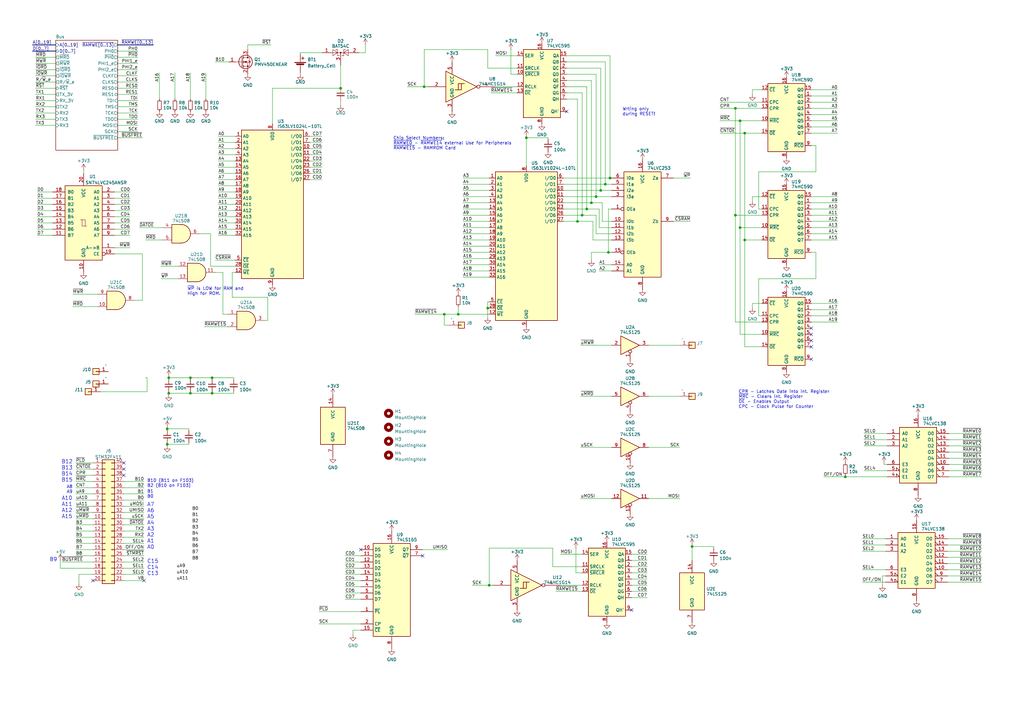
<source format=kicad_sch>
(kicad_sch (version 20230121) (generator eeschema)
  (paper "A3")
  (title_block (title "Unicomp v2 - RAMROM Board") (date "2023-07-06") (rev "v1") (company "100% Offner") (comment 1 "v1: Initial"))
  (junction (at 78.105 154.94))
  (junction (at 303.53 49.53))
  (junction (at 250.19 73.025))
  (junction (at 301.625 44.45))
  (junction (at 86.995 161.29))
  (junction (at 215.9 56.515))
  (junction (at 283.845 224.155))
  (junction (at 301.625 88.265))
  (junction (at 303.53 93.345))
  (junction (at 248.285 75.565))
  (junction (at 249.555 103.505))
  (junction (at 305.435 54.61))
  (junction (at 246.38 78.105))
  (junction (at 69.215 161.29))
  (junction (at 182.245 128.905))
  (junction (at 240.665 85.725))
  (junction (at 238.76 88.265))
  (junction (at 68.58 175.895))
  (junction (at 242.57 83.185))
  (junction (at 86.995 154.94))
  (junction (at 200.025 126.365))
  (junction (at 139.7 36.195))
  (junction (at 78.105 161.29))
  (junction (at 236.855 90.805))
  (junction (at 305.435 98.425))
  (junction (at 244.475 80.645))
  (junction (at 346.71 195.58))
  (junction (at 68.58 182.245))
  (junction (at 69.215 154.94))
  (junction (at 200.66 240.03))
  (junction (at 173.99 35.56))
  (junction (at 187.96 128.905))
  (no_connect (at 50.8 192.405))
  (no_connect (at 50.8 194.945))
  (no_connect (at 332.74 147.32))
  (no_connect (at 332.74 134.62))
  (no_connect (at 147.955 225.425))
  (no_connect (at 332.74 137.16))
  (no_connect (at 173.355 227.965))
  (no_connect (at 332.74 142.24))
  (no_connect (at 332.74 139.7))
  (no_connect (at 259.08 250.19))
  (no_connect (at 50.8 189.865))
  (no_connect (at 38.1 238.125))
  (no_connect (at 232.41 45.72))
  (no_connect (at 59.055 238.125))
  (wire (pts (xy 209.55 20.32) (xy 209.55 30.48)))
  (wire (pts (xy 231.14 73.025) (xy 250.19 73.025)))
  (wire (pts (xy 149.86 18.415) (xy 149.86 21.59)))
  (wire (pts (xy 95.885 154.94) (xy 95.885 155.575)))
  (wire (pts (xy 15.24 83.82) (xy 21.59 83.82)))
  (wire (pts (xy 89.535 78.74) (xy 96.52 78.74)))
  (wire (pts (xy 147.955 245.745) (xy 141.605 245.745)))
  (wire (pts (xy 77.47 175.895) (xy 77.47 176.53)))
  (wire (pts (xy 14.605 31.115) (xy 22.86 31.115)))
  (wire (pts (xy 147.955 233.045) (xy 141.605 233.045)))
  (wire (pts (xy 362.585 189.865) (xy 362.585 190.5)))
  (wire (pts (xy 389.255 185.42) (xy 402.59 185.42)))
  (wire (pts (xy 48.26 43.815) (xy 56.515 43.815)))
  (wire (pts (xy 58.42 104.14) (xy 58.42 123.19)))
  (bus (pts (xy 48.26 18.415) (xy 62.865 18.415)))
  (wire (pts (xy 144.78 258.445) (xy 144.78 260.35)))
  (wire (pts (xy 311.15 70.485) (xy 311.15 85.725)))
  (wire (pts (xy 389.255 195.58) (xy 402.59 195.58)))
  (wire (pts (xy 31.115 225.425) (xy 38.1 225.425)))
  (wire (pts (xy 189.865 78.105) (xy 200.66 78.105)))
  (wire (pts (xy 215.9 56.515) (xy 215.9 67.945)))
  (wire (pts (xy 231.14 83.185) (xy 242.57 83.185)))
  (wire (pts (xy 15.24 88.9) (xy 21.59 88.9)))
  (wire (pts (xy 69.215 161.29) (xy 69.215 160.655)))
  (wire (pts (xy 182.245 128.905) (xy 187.96 128.905)))
  (wire (pts (xy 250.825 93.345) (xy 245.745 93.345)))
  (wire (pts (xy 127 73.66) (xy 132.08 73.66)))
  (wire (pts (xy 88.265 106.68) (xy 96.52 106.68)))
  (wire (pts (xy 353.695 238.76) (xy 363.22 238.76)))
  (wire (pts (xy 276.225 90.805) (xy 283.21 90.805)))
  (wire (pts (xy 244.475 88.265) (xy 244.475 95.885)))
  (wire (pts (xy 31.115 227.965) (xy 38.1 227.965)))
  (wire (pts (xy 139.7 41.275) (xy 139.7 43.18)))
  (wire (pts (xy 250.825 90.805) (xy 247.015 90.805)))
  (wire (pts (xy 334.645 59.69) (xy 334.645 70.485)))
  (wire (pts (xy 332.74 46.99) (xy 343.535 46.99)))
  (wire (pts (xy 189.865 73.025) (xy 200.66 73.025)))
  (wire (pts (xy 127 60.96) (xy 132.08 60.96)))
  (wire (pts (xy 303.53 93.345) (xy 312.42 93.345)))
  (wire (pts (xy 250.825 85.725) (xy 249.555 85.725)))
  (wire (pts (xy 71.755 29.845) (xy 71.755 40.64)))
  (wire (pts (xy 46.99 86.36) (xy 53.34 86.36)))
  (wire (pts (xy 308.61 124.46) (xy 312.42 124.46)))
  (wire (pts (xy 250.19 22.86) (xy 250.19 73.025)))
  (wire (pts (xy 95.25 111.76) (xy 95.25 121.92)))
  (wire (pts (xy 229.87 227.33) (xy 238.76 227.33)))
  (wire (pts (xy 295.275 54.61) (xy 305.435 54.61)))
  (wire (pts (xy 46.99 104.14) (xy 58.42 104.14)))
  (wire (pts (xy 50.8 230.505) (xy 59.055 230.505)))
  (wire (pts (xy 389.255 187.96) (xy 402.59 187.96)))
  (wire (pts (xy 48.26 36.195) (xy 56.515 36.195)))
  (wire (pts (xy 68.58 182.88) (xy 68.58 182.245)))
  (wire (pts (xy 388.62 231.14) (xy 402.59 231.14)))
  (wire (pts (xy 201.93 240.03) (xy 200.66 240.03)))
  (wire (pts (xy 111.76 50.8) (xy 111.76 36.195)))
  (wire (pts (xy 68.58 182.245) (xy 77.47 182.245)))
  (wire (pts (xy 32.385 235.585) (xy 32.385 239.395)))
  (wire (pts (xy 246.38 78.105) (xy 250.825 78.105)))
  (wire (pts (xy 147.955 235.585) (xy 141.605 235.585)))
  (wire (pts (xy 232.41 35.56) (xy 240.665 35.56)))
  (wire (pts (xy 55.245 123.19) (xy 58.42 123.19)))
  (wire (pts (xy 46.99 96.52) (xy 53.34 96.52)))
  (wire (pts (xy 127 66.04) (xy 132.08 66.04)))
  (wire (pts (xy 231.14 75.565) (xy 248.285 75.565)))
  (wire (pts (xy 31.115 220.345) (xy 38.1 220.345)))
  (wire (pts (xy 311.15 129.54) (xy 312.42 129.54)))
  (wire (pts (xy 69.215 154.94) (xy 78.105 154.94)))
  (wire (pts (xy 173.99 20.32) (xy 173.99 35.56)))
  (wire (pts (xy 46.99 83.82) (xy 53.34 83.82)))
  (wire (pts (xy 48.26 20.955) (xy 56.515 20.955)))
  (wire (pts (xy 73.025 114.3) (xy 66.04 114.3)))
  (wire (pts (xy 93.345 128.905) (xy 91.44 128.905)))
  (wire (pts (xy 332.74 85.725) (xy 343.535 85.725)))
  (wire (pts (xy 201.295 38.1) (xy 212.09 38.1)))
  (wire (pts (xy 250.825 98.425) (xy 243.205 98.425)))
  (wire (pts (xy 48.26 28.575) (xy 56.515 28.575)))
  (wire (pts (xy 250.19 73.025) (xy 250.825 73.025)))
  (wire (pts (xy 231.14 78.105) (xy 246.38 78.105)))
  (wire (pts (xy 238.76 88.265) (xy 244.475 88.265)))
  (wire (pts (xy 81.915 95.885) (xy 86.36 95.885)))
  (wire (pts (xy 147.955 240.665) (xy 141.605 240.665)))
  (wire (pts (xy 248.285 75.565) (xy 250.825 75.565)))
  (wire (pts (xy 127 68.58) (xy 132.08 68.58)))
  (wire (pts (xy 308.61 36.83) (xy 312.42 36.83)))
  (wire (pts (xy 301.625 44.45) (xy 312.42 44.45)))
  (wire (pts (xy 311.15 85.725) (xy 312.42 85.725)))
  (wire (pts (xy 14.605 46.355) (xy 22.86 46.355)))
  (wire (pts (xy 189.865 75.565) (xy 200.66 75.565)))
  (wire (pts (xy 69.215 161.29) (xy 78.105 161.29)))
  (wire (pts (xy 353.695 226.06) (xy 363.22 226.06)))
  (wire (pts (xy 259.08 234.95) (xy 265.43 234.95)))
  (wire (pts (xy 50.8 212.725) (xy 59.055 212.725)))
  (wire (pts (xy 200.025 20.32) (xy 173.99 20.32)))
  (wire (pts (xy 332.74 41.91) (xy 343.535 41.91)))
  (wire (pts (xy 91.44 128.905) (xy 91.44 111.76)))
  (wire (pts (xy 31.115 207.645) (xy 38.1 207.645)))
  (wire (pts (xy 388.62 220.98) (xy 402.59 220.98)))
  (wire (pts (xy 50.8 217.805) (xy 59.055 217.805)))
  (wire (pts (xy 48.26 51.435) (xy 56.515 51.435)))
  (wire (pts (xy 109.855 121.92) (xy 109.855 131.445)))
  (wire (pts (xy 308.61 80.645) (xy 312.42 80.645)))
  (wire (pts (xy 259.08 237.49) (xy 265.43 237.49)))
  (wire (pts (xy 50.8 205.105) (xy 59.055 205.105)))
  (wire (pts (xy 189.865 83.185) (xy 200.66 83.185)))
  (wire (pts (xy 31.115 200.025) (xy 38.1 200.025)))
  (wire (pts (xy 89.535 93.98) (xy 96.52 93.98)))
  (wire (pts (xy 193.675 240.03) (xy 200.66 240.03)))
  (wire (pts (xy 60.325 154.94) (xy 59.69 154.94)))
  (wire (pts (xy 295.275 41.91) (xy 312.42 41.91)))
  (wire (pts (xy 303.53 49.53) (xy 312.42 49.53)))
  (wire (pts (xy 86.995 154.94) (xy 86.995 155.575)))
  (wire (pts (xy 123.19 21.59) (xy 132.08 21.59)))
  (wire (pts (xy 231.14 88.265) (xy 238.76 88.265)))
  (wire (pts (xy 361.95 236.22) (xy 361.95 240.03)))
  (wire (pts (xy 46.99 81.28) (xy 53.34 81.28)))
  (wire (pts (xy 88.265 111.76) (xy 91.44 111.76)))
  (wire (pts (xy 332.74 129.54) (xy 343.535 129.54)))
  (wire (pts (xy 229.87 240.03) (xy 238.76 240.03)))
  (wire (pts (xy 14.605 41.275) (xy 22.86 41.275)))
  (wire (pts (xy 69.215 154.305) (xy 69.215 154.94)))
  (wire (pts (xy 295.275 49.53) (xy 303.53 49.53)))
  (wire (pts (xy 89.535 81.28) (xy 96.52 81.28)))
  (wire (pts (xy 15.24 96.52) (xy 21.59 96.52)))
  (wire (pts (xy 236.855 90.805) (xy 243.205 90.805)))
  (wire (pts (xy 66.04 109.22) (xy 73.025 109.22)))
  (wire (pts (xy 96.52 111.76) (xy 95.25 111.76)))
  (wire (pts (xy 101.6 20.32) (xy 101.6 18.415)))
  (wire (pts (xy 101.6 18.415) (xy 111.125 18.415)))
  (wire (pts (xy 303.53 93.345) (xy 303.53 137.16)))
  (wire (pts (xy 189.865 88.265) (xy 200.66 88.265)))
  (wire (pts (xy 50.8 200.025) (xy 59.055 200.025)))
  (wire (pts (xy 50.8 207.645) (xy 59.055 207.645)))
  (wire (pts (xy 189.865 100.965) (xy 200.66 100.965)))
  (wire (pts (xy 301.625 132.08) (xy 312.42 132.08)))
  (wire (pts (xy 14.605 51.435) (xy 22.86 51.435)))
  (wire (pts (xy 89.535 83.82) (xy 96.52 83.82)))
  (wire (pts (xy 388.62 228.6) (xy 402.59 228.6)))
  (wire (pts (xy 65.405 29.845) (xy 65.405 40.64)))
  (wire (pts (xy 301.625 88.265) (xy 301.625 132.08)))
  (wire (pts (xy 353.695 220.98) (xy 363.22 220.98)))
  (wire (pts (xy 189.865 95.885) (xy 200.66 95.885)))
  (wire (pts (xy 68.58 175.26) (xy 68.58 175.895)))
  (wire (pts (xy 89.535 76.2) (xy 96.52 76.2)))
  (wire (pts (xy 200.66 224.79) (xy 200.66 240.03)))
  (wire (pts (xy 353.695 223.52) (xy 363.22 223.52)))
  (wire (pts (xy 50.8 238.125) (xy 59.055 238.125)))
  (wire (pts (xy 41.275 160.655) (xy 60.325 160.655)))
  (wire (pts (xy 238.76 38.1) (xy 238.76 88.265)))
  (wire (pts (xy 86.995 160.655) (xy 86.995 161.29)))
  (wire (pts (xy 84.455 29.845) (xy 84.455 40.64)))
  (wire (pts (xy 332.74 127) (xy 343.535 127)))
  (wire (pts (xy 245.745 93.345) (xy 245.745 85.725)))
  (wire (pts (xy 215.9 55.88) (xy 215.9 56.515)))
  (wire (pts (xy 189.865 113.665) (xy 200.66 113.665)))
  (wire (pts (xy 249.555 85.725) (xy 249.555 103.505)))
  (wire (pts (xy 130.81 255.905) (xy 147.955 255.905)))
  (wire (pts (xy 332.74 93.345) (xy 343.535 93.345)))
  (wire (pts (xy 189.865 111.125) (xy 200.66 111.125)))
  (wire (pts (xy 305.435 54.61) (xy 305.435 98.425)))
  (wire (pts (xy 31.115 210.185) (xy 38.1 210.185)))
  (wire (pts (xy 127 55.88) (xy 132.08 55.88)))
  (wire (pts (xy 189.865 98.425) (xy 200.66 98.425)))
  (wire (pts (xy 14.605 33.655) (xy 22.86 33.655)))
  (wire (pts (xy 31.115 194.945) (xy 38.1 194.945)))
  (wire (pts (xy 250.825 183.515) (xy 238.125 183.515)))
  (wire (pts (xy 83.82 133.985) (xy 93.345 133.985)))
  (wire (pts (xy 48.26 26.035) (xy 56.515 26.035)))
  (wire (pts (xy 243.205 98.425) (xy 243.205 90.805)))
  (wire (pts (xy 89.535 86.36) (xy 96.52 86.36)))
  (wire (pts (xy 50.8 227.965) (xy 59.055 227.965)))
  (wire (pts (xy 78.105 160.655) (xy 78.105 161.29)))
  (wire (pts (xy 266.065 204.47) (xy 278.765 204.47)))
  (wire (pts (xy 175.26 35.56) (xy 173.99 35.56)))
  (wire (pts (xy 354.33 182.88) (xy 363.855 182.88)))
  (bus (pts (xy 22.86 18.415) (xy 13.335 18.415)))
  (wire (pts (xy 31.115 212.725) (xy 38.1 212.725)))
  (wire (pts (xy 50.8 202.565) (xy 59.055 202.565)))
  (wire (pts (xy 31.115 202.565) (xy 38.1 202.565)))
  (wire (pts (xy 200.025 126.365) (xy 200.025 130.175)))
  (wire (pts (xy 332.74 36.83) (xy 343.535 36.83)))
  (wire (pts (xy 31.115 215.265) (xy 38.1 215.265)))
  (wire (pts (xy 15.24 93.98) (xy 21.59 93.98)))
  (wire (pts (xy 248.285 25.4) (xy 248.285 75.565)))
  (wire (pts (xy 78.105 154.94) (xy 78.105 155.575)))
  (wire (pts (xy 332.74 88.265) (xy 343.535 88.265)))
  (wire (pts (xy 89.535 73.66) (xy 96.52 73.66)))
  (wire (pts (xy 31.115 217.805) (xy 38.1 217.805)))
  (wire (pts (xy 242.57 83.185) (xy 247.015 83.185)))
  (wire (pts (xy 24.765 229.87) (xy 24.765 233.045)))
  (wire (pts (xy 295.275 44.45) (xy 301.625 44.45)))
  (wire (pts (xy 232.41 40.64) (xy 236.855 40.64)))
  (wire (pts (xy 50.8 222.885) (xy 59.055 222.885)))
  (wire (pts (xy 332.74 95.885) (xy 343.535 95.885)))
  (wire (pts (xy 236.855 40.64) (xy 236.855 90.805)))
  (wire (pts (xy 25.4 230.505) (xy 38.1 230.505)))
  (wire (pts (xy 189.865 93.345) (xy 200.66 93.345)))
  (wire (pts (xy 69.215 161.925) (xy 69.215 161.29)))
  (wire (pts (xy 15.24 81.28) (xy 21.59 81.28)))
  (wire (pts (xy 48.26 48.895) (xy 56.515 48.895)))
  (wire (pts (xy 31.115 189.865) (xy 38.1 189.865)))
  (wire (pts (xy 127 58.42) (xy 132.08 58.42)))
  (wire (pts (xy 226.695 224.79) (xy 226.695 232.41)))
  (wire (pts (xy 334.645 103.505) (xy 334.645 114.3)))
  (wire (pts (xy 15.24 78.74) (xy 21.59 78.74)))
  (wire (pts (xy 48.26 33.655) (xy 56.515 33.655)))
  (wire (pts (xy 123.19 30.48) (xy 123.19 29.845)))
  (wire (pts (xy 388.62 223.52) (xy 402.59 223.52)))
  (wire (pts (xy 31.115 197.485) (xy 38.1 197.485)))
  (wire (pts (xy 232.41 38.1) (xy 238.76 38.1)))
  (wire (pts (xy 236.22 234.95) (xy 238.76 234.95)))
  (wire (pts (xy 53.34 101.6) (xy 46.99 101.6)))
  (wire (pts (xy 46.99 88.9) (xy 53.34 88.9)))
  (wire (pts (xy 232.41 30.48) (xy 244.475 30.48)))
  (wire (pts (xy 249.555 103.505) (xy 250.825 103.505)))
  (wire (pts (xy 303.53 137.16) (xy 312.42 137.16)))
  (wire (pts (xy 89.535 58.42) (xy 96.52 58.42)))
  (wire (pts (xy 238.125 162.56) (xy 250.825 162.56)))
  (wire (pts (xy 244.475 95.885) (xy 250.825 95.885)))
  (wire (pts (xy 283.845 224.155) (xy 292.735 224.155)))
  (wire (pts (xy 363.855 190.5) (xy 362.585 190.5)))
  (wire (pts (xy 334.645 114.3) (xy 311.15 114.3)))
  (wire (pts (xy 50.8 235.585) (xy 59.055 235.585)))
  (wire (pts (xy 305.435 54.61) (xy 312.42 54.61)))
  (wire (pts (xy 389.255 190.5) (xy 402.59 190.5)))
  (wire (pts (xy 242.57 103.505) (xy 249.555 103.505)))
  (wire (pts (xy 14.605 36.195) (xy 22.86 36.195)))
  (wire (pts (xy 170.18 128.905) (xy 182.245 128.905)))
  (wire (pts (xy 184.15 133.35) (xy 182.245 133.35)))
  (wire (pts (xy 226.695 232.41) (xy 238.76 232.41)))
  (wire (pts (xy 88.265 25.4) (xy 93.98 25.4)))
  (wire (pts (xy 388.62 236.22) (xy 402.59 236.22)))
  (wire (pts (xy 305.435 98.425) (xy 312.42 98.425)))
  (wire (pts (xy 48.26 41.275) (xy 56.515 41.275)))
  (wire (pts (xy 200.025 27.94) (xy 212.09 27.94)))
  (wire (pts (xy 332.74 124.46) (xy 343.535 124.46)))
  (wire (pts (xy 242.57 103.505) (xy 242.57 106.68)))
  (wire (pts (xy 189.865 103.505) (xy 200.66 103.505)))
  (wire (pts (xy 303.53 49.53) (xy 303.53 93.345)))
  (wire (pts (xy 139.7 26.67) (xy 139.7 36.195)))
  (wire (pts (xy 200.025 20.32) (xy 200.025 27.94)))
  (wire (pts (xy 346.71 194.945) (xy 346.71 195.58)))
  (wire (pts (xy 245.745 108.585) (xy 250.825 108.585)))
  (wire (pts (xy 305.435 98.425) (xy 305.435 142.24)))
  (wire (pts (xy 89.535 91.44) (xy 96.52 91.44)))
  (wire (pts (xy 34.29 69.85) (xy 34.29 71.12)))
  (wire (pts (xy 240.665 35.56) (xy 240.665 85.725)))
  (wire (pts (xy 189.865 106.045) (xy 200.66 106.045)))
  (wire (pts (xy 78.105 29.845) (xy 78.105 40.64)))
  (wire (pts (xy 78.105 154.94) (xy 86.995 154.94)))
  (wire (pts (xy 77.47 181.61) (xy 77.47 182.245)))
  (wire (pts (xy 89.535 66.04) (xy 96.52 66.04)))
  (wire (pts (xy 48.26 53.975) (xy 56.515 53.975)))
  (wire (pts (xy 259.08 245.11) (xy 265.43 245.11)))
  (wire (pts (xy 259.08 229.87) (xy 265.43 229.87)))
  (wire (pts (xy 89.535 88.9) (xy 96.52 88.9)))
  (wire (pts (xy 130.81 250.825) (xy 147.955 250.825)))
  (wire (pts (xy 50.8 225.425) (xy 59.055 225.425)))
  (wire (pts (xy 48.26 56.515) (xy 58.42 56.515)))
  (wire (pts (xy 354.33 177.8) (xy 363.855 177.8)))
  (wire (pts (xy 389.255 182.88) (xy 402.59 182.88)))
  (wire (pts (xy 14.605 28.575) (xy 22.86 28.575)))
  (wire (pts (xy 50.8 210.185) (xy 59.055 210.185)))
  (wire (pts (xy 50.8 215.265) (xy 59.055 215.265)))
  (wire (pts (xy 227.965 242.57) (xy 238.76 242.57)))
  (wire (pts (xy 89.535 71.12) (xy 96.52 71.12)))
  (wire (pts (xy 276.225 73.025) (xy 283.21 73.025)))
  (wire (pts (xy 301.625 44.45) (xy 301.625 88.265)))
  (wire (pts (xy 173.355 225.425) (xy 183.515 225.425)))
  (wire (pts (xy 127 63.5) (xy 132.08 63.5)))
  (wire (pts (xy 346.71 195.58) (xy 363.855 195.58)))
  (wire (pts (xy 244.475 30.48) (xy 244.475 80.645)))
  (wire (pts (xy 231.14 80.645) (xy 244.475 80.645)))
  (wire (pts (xy 147.955 243.205) (xy 141.605 243.205)))
  (wire (pts (xy 332.74 59.69) (xy 334.645 59.69)))
  (wire (pts (xy 48.26 38.735) (xy 56.515 38.735)))
  (wire (pts (xy 14.605 43.815) (xy 22.86 43.815)))
  (wire (pts (xy 203.2 22.86) (xy 212.09 22.86)))
  (wire (pts (xy 29.845 125.73) (xy 40.005 125.73)))
  (wire (pts (xy 332.74 52.07) (xy 343.535 52.07)))
  (wire (pts (xy 247.015 90.805) (xy 247.015 83.185)))
  (wire (pts (xy 224.79 56.515) (xy 224.79 57.15)))
  (wire (pts (xy 14.605 38.735) (xy 22.86 38.735)))
  (wire (pts (xy 250.825 141.605) (xy 238.125 141.605)))
  (wire (pts (xy 95.25 121.92) (xy 109.855 121.92)))
  (wire (pts (xy 361.95 236.22) (xy 363.22 236.22)))
  (wire (pts (xy 68.58 175.895) (xy 68.58 176.53)))
  (wire (pts (xy 127 71.12) (xy 132.08 71.12)))
  (wire (pts (xy 308.61 80.645) (xy 308.61 82.55)))
  (wire (pts (xy 29.845 120.65) (xy 40.005 120.65)))
  (wire (pts (xy 46.99 78.74) (xy 53.34 78.74)))
  (wire (pts (xy 14.605 23.495) (xy 22.86 23.495)))
  (wire (pts (xy 332.74 80.645) (xy 343.535 80.645)))
  (wire (pts (xy 266.065 183.515) (xy 278.765 183.515)))
  (wire (pts (xy 14.605 26.035) (xy 22.86 26.035)))
  (wire (pts (xy 123.19 21.59) (xy 123.19 22.225)))
  (wire (pts (xy 301.625 88.265) (xy 312.42 88.265)))
  (wire (pts (xy 278.765 141.605) (xy 266.065 141.605)))
  (wire (pts (xy 109.855 131.445) (xy 108.585 131.445)))
  (wire (pts (xy 389.255 180.34) (xy 402.59 180.34)))
  (wire (pts (xy 189.865 85.725) (xy 200.66 85.725)))
  (wire (pts (xy 259.08 232.41) (xy 265.43 232.41)))
  (wire (pts (xy 86.995 154.94) (xy 95.885 154.94)))
  (wire (pts (xy 200.025 126.365) (xy 200.66 126.365)))
  (wire (pts (xy 89.535 68.58) (xy 96.52 68.58)))
  (wire (pts (xy 354.33 193.04) (xy 363.855 193.04)))
  (wire (pts (xy 266.065 162.56) (xy 278.765 162.56)))
  (wire (pts (xy 189.865 108.585) (xy 200.66 108.585)))
  (wire (pts (xy 259.08 242.57) (xy 265.43 242.57)))
  (wire (pts (xy 147.955 230.505) (xy 141.605 230.505)))
  (wire (pts (xy 238.125 204.47) (xy 250.825 204.47)))
  (wire (pts (xy 308.61 36.83) (xy 308.61 38.735)))
  (wire (pts (xy 15.24 86.36) (xy 21.59 86.36)))
  (wire (pts (xy 89.535 96.52) (xy 96.52 96.52)))
  (wire (pts (xy 86.36 95.885) (xy 86.36 109.22)))
  (wire (pts (xy 31.115 222.885) (xy 38.1 222.885)))
  (wire (pts (xy 147.955 238.125) (xy 141.605 238.125)))
  (wire (pts (xy 50.8 233.045) (xy 59.055 233.045)))
  (wire (pts (xy 149.86 21.59) (xy 147.32 21.59)))
  (wire (pts (xy 226.695 224.79) (xy 200.66 224.79)))
  (wire (pts (xy 89.535 60.96) (xy 96.52 60.96)))
  (wire (pts (xy 236.22 224.79) (xy 236.22 234.95)))
  (wire (pts (xy 189.865 90.805) (xy 200.66 90.805)))
  (wire (pts (xy 200.025 123.825) (xy 200.025 126.365)))
  (wire (pts (xy 283.845 223.52) (xy 283.845 224.155)))
  (wire (pts (xy 308.61 124.46) (xy 308.61 126.365)))
  (wire (pts (xy 332.74 98.425) (xy 343.535 98.425)))
  (wire (pts (xy 334.645 70.485) (xy 311.15 70.485)))
  (wire (pts (xy 86.36 109.22) (xy 96.52 109.22)))
  (wire (pts (xy 95.885 160.655) (xy 95.885 161.29)))
  (wire (pts (xy 332.74 54.61) (xy 343.535 54.61)))
  (wire (pts (xy 86.995 161.29) (xy 95.885 161.29)))
  (wire (pts (xy 46.99 93.98) (xy 53.34 93.98)))
  (wire (pts (xy 189.865 80.645) (xy 200.66 80.645)))
  (wire (pts (xy 31.115 192.405) (xy 38.1 192.405)))
  (wire (pts (xy 231.14 90.805) (xy 236.855 90.805)))
  (wire (pts (xy 245.745 111.125) (xy 250.825 111.125)))
  (wire (pts (xy 50.8 220.345) (xy 59.055 220.345)))
  (wire (pts (xy 78.105 161.29) (xy 86.995 161.29)))
  (wire (pts (xy 311.15 114.3) (xy 311.15 129.54)))
  (wire (pts (xy 89.535 55.88) (xy 96.52 55.88)))
  (wire (pts (xy 209.55 30.48) (xy 212.09 30.48)))
  (wire (pts (xy 50.8 197.485) (xy 59.055 197.485)))
  (wire (pts (xy 389.255 177.8) (xy 402.59 177.8)))
  (wire (pts (xy 187.96 125.73) (xy 187.96 128.905)))
  (wire (pts (xy 46.99 91.44) (xy 53.34 91.44)))
  (wire (pts (xy 48.26 23.495) (xy 56.515 23.495)))
  (wire (pts (xy 111.76 36.195) (xy 139.7 36.195)))
  (wire (pts (xy 32.385 235.585) (xy 38.1 235.585)))
  (wire (pts (xy 89.535 63.5) (xy 96.52 63.5)))
  (wire (pts (xy 354.33 180.34) (xy 363.855 180.34)))
  (wire (pts (xy 259.08 227.33) (xy 265.43 227.33)))
  (bus (pts (xy 22.86 20.955) (xy 13.335 20.955)))
  (wire (pts (xy 182.245 133.35) (xy 182.245 128.905)))
  (wire (pts (xy 187.96 128.905) (xy 200.66 128.905)))
  (wire (pts (xy 283.845 224.155) (xy 283.845 229.87)))
  (wire (pts (xy 244.475 80.645) (xy 250.825 80.645)))
  (wire (pts (xy 389.255 193.04) (xy 402.59 193.04)))
  (wire (pts (xy 232.41 27.94) (xy 246.38 27.94)))
  (wire (pts (xy 292.735 224.155) (xy 292.735 224.79)))
  (wire (pts (xy 59.69 98.425) (xy 66.675 98.425)))
  (wire (pts (xy 15.24 91.44) (xy 21.59 91.44)))
  (wire (pts (xy 332.74 44.45) (xy 343.535 44.45)))
  (wire (pts (xy 332.74 83.185) (xy 343.535 83.185)))
  (wire (pts (xy 332.74 132.08) (xy 343.535 132.08)))
  (wire (pts (xy 215.9 56.515) (xy 224.79 56.515)))
  (wire (pts (xy 48.26 46.355) (xy 56.515 46.355)))
  (wire (pts (xy 60.325 160.655) (xy 60.325 154.94)))
  (wire (pts (xy 242.57 33.02) (xy 242.57 83.185)))
  (wire (pts (xy 48.26 31.115) (xy 56.515 31.115)))
  (wire (pts (xy 332.74 39.37) (xy 343.535 39.37)))
  (wire (pts (xy 259.08 240.03) (xy 265.43 240.03)))
  (wire (pts (xy 332.74 103.505) (xy 334.645 103.505)))
  (wire (pts (xy 68.58 182.245) (xy 68.58 181.61)))
  (wire (pts (xy 31.115 205.105) (xy 38.1 205.105)))
  (wire (pts (xy 246.38 27.94) (xy 246.38 78.105)))
  (wire (pts (xy 332.74 49.53) (xy 343.535 49.53)))
  (wire (pts (xy 240.665 85.725) (xy 245.745 85.725)))
  (wire (pts (xy 231.14 85.725) (xy 240.665 85.725)))
  (wire (pts (xy 388.62 238.76) (xy 402.59 238.76)))
  (wire (pts (xy 68.58 175.895) (xy 77.47 175.895)))
  (wire (pts (xy 147.955 258.445) (xy 144.78 258.445)))
  (wire (pts (xy 388.62 226.06) (xy 402.59 226.06)))
  (wire (pts (xy 332.74 90.805) (xy 343.535 90.805)))
  (wire (pts (xy 232.41 33.02) (xy 242.57 33.02)))
  (wire (pts (xy 232.41 25.4) (xy 248.285 25.4)))
  (wire (pts (xy 24.765 233.045) (xy 38.1 233.045)))
  (wire (pts (xy 167.005 35.56) (xy 173.99 35.56)))
  (wire (pts (xy 14.605 48.895) (xy 22.86 48.895)))
  (wire (pts (xy 147.955 227.965) (xy 141.605 227.965)))
  (wire (pts (xy 232.41 22.86) (xy 250.19 22.86)))
  (wire (pts (xy 57.15 93.345) (xy 66.675 93.345)))
  (wire (pts (xy 337.82 195.58) (xy 346.71 195.58)))
  (wire (pts (xy 388.62 233.68) (xy 402.59 233.68)))
  (wire (pts (xy 203.2 35.56) (xy 212.09 35.56)))
  (wire (pts (xy 353.695 233.68) (xy 363.22 233.68)))
  (wire (pts (xy 305.435 142.24) (xy 312.42 142.24)))
  (wire (pts (xy 200.025 123.825) (xy 200.66 123.825)))
  (wire (pts (xy 69.215 154.94) (xy 69.215 155.575)))
  (text "B1\nB0" (at 60.325 204.47 0) (effects (font (size 1.27 1.27)) (justify left bottom)))
  (text "A10\nA11\nA12\nA15" (at 29.718 212.852 0) (effects (font (size 1.55 1.55)) (justify right bottom)))
  (text "CPR - Latches Date into int. Register\n~{MRC} - Clears int. Register\n~{OE} - Enables Output\nCPC - Clock Pulse for Counter" (at 302.895 167.64 0) (effects (font (size 1.27 1.27)) (justify left bottom)))
  (text "Wrting only\nduring RESET!" (at 255.27 47.625 0) (effects (font (size 1.27 1.27)) (justify left bottom)))
  (text "B9\n" (at 23.495 230.505 0) (effects (font (size 1.55 1.55)) (justify right bottom)))
  (text "A8\nA9" (at 27.305 202.565 0) (effects (font (size 1.27 1.27)) (justify left bottom)))
  (text "B10 (B11 on F103)\nB2 (B10 on F103)" (at 60.325 200.025 0) (effects (font (size 1.27 1.27)) (justify left bottom)))
  (text "~{WP} is LOW for RAM and\nHigh for ROM." (at 76.835 121.285 0) (effects (font (size 1.27 1.27)) (justify left bottom)))
  (text "A7\nA6\nA5\nA4\nA3\nA2\nA1\nA0" (at 60.325 225.425 0) (effects (font (size 1.55 1.55)) (justify left bottom)))
  (text "B12\nB13\nB14\nB15" (at 25.146 197.866 0) (effects (font (size 1.55 1.55)) (justify left bottom)))
  (text "C15\nC14\nC13" (at 60.325 236.22 0) (effects (font (size 1.55 1.55)) (justify left bottom)))
  (text "Chip Select Numbers:\n~{RAMWE0} - ~{RAMWE14} external Use for Peripherals\n~{RAMWE15} - RAMROM Card" (at 161.29 61.595 0) (effects (font (size 1.27 1.27)) (justify left bottom)))
  (label "CD5" (at 141.605 240.665 0))
  (label "~{RAMWE14}" (at 402.59 236.22 180))
  (label "~{IOWR}" (at 14.605 31.115 0))
  (label "~{MWR}" (at 29.845 120.65 0))
  (label "A1" (at 343.535 39.37 180))
  (label "SEL0" (at 59.055 235.585 180))
  (label "A16" (at 65.405 29.845 270))
  (label "CD4" (at 265.43 237.49 180))
  (label "~{RAMWE5}" (at 402.59 190.5 180))
  (label "~{DATOE}" (at 59.055 215.265 180))
  (label "~{RAMWE0}" (at 402.59 177.8 180))
  (label "SEL4" (at 59.055 222.885 180))
  (label "~{uMRD}" (at 31.115 212.725 0))
  (label "B8" (at 31.115 227.965 0))
  (label "~{MRC}" (at 31.115 197.485 0))
  (label "CD1" (at 141.605 230.505 0))
  (label "SEL2" (at 354.33 182.88 0))
  (label "~{RAMWE4}" (at 402.59 187.96 180))
  (label "uA9" (at 72.39 233.045 0))
  (label "SEL1" (at 354.33 180.34 0))
  (label "~{BUSFREE}" (at 25.4 230.505 0))
  (label "~{CNTOE}" (at 31.115 192.405 0))
  (label "CD6" (at 132.08 58.42 180))
  (label "~{MWR}" (at 66.04 109.22 0))
  (label "A9" (at 89.535 78.74 0))
  (label "A11" (at 343.535 88.265 180))
  (label "A8" (at 89.535 76.2 0))
  (label "A1" (at 89.535 58.42 0))
  (label "PHI2_e" (at 56.515 28.575 180))
  (label "A18" (at 343.535 129.54 180))
  (label "A14" (at 343.535 95.885 180))
  (label "A13" (at 343.535 93.345 180))
  (label "A10" (at 343.535 85.725 180))
  (label "CD3" (at 265.43 234.95 180))
  (label "A7" (at 343.535 54.61 180))
  (label "B2" (at 59.055 200.025 180))
  (label "B4" (at 78.74 219.71 0))
  (label "SCK" (at 130.81 255.905 0))
  (label "D3" (at 15.24 86.36 0))
  (label "A19" (at 343.535 132.08 180))
  (label "~{STMRST}" (at 59.055 227.965 180))
  (label "PH0" (at 56.515 20.955 180))
  (label "A1" (at 245.745 108.585 0))
  (label "TX2" (at 14.605 46.355 0))
  (label "A4" (at 189.865 75.565 0))
  (label "TX3" (at 14.605 51.435 0))
  (label "uA9" (at 31.115 202.565 0))
  (label "CLKS" (at 56.515 33.655 180))
  (label "CD1" (at 265.43 229.87 180))
  (label "UMISO" (at 59.055 210.185 180))
  (label "~{RAMWE15}" (at 402.59 238.76 180))
  (label "SCK" (at 56.515 53.975 180))
  (label "uA11" (at 72.39 238.125 0))
  (label "CD5" (at 265.43 240.03 180))
  (label "A13" (at 189.865 98.425 0))
  (label "A17" (at 71.755 29.845 270))
  (label "A3" (at 343.535 44.45 180))
  (label "A0" (at 343.535 36.83 180))
  (label "~{WP}" (at 66.04 114.3 0))
  (label "CD6" (at 141.605 243.205 0))
  (label "RX2" (at 59.055 220.345 180))
  (label "A3" (at 189.865 73.025 0))
  (label "~{MRC}" (at 295.275 49.53 0))
  (label "uSCK" (at 59.055 212.725 180))
  (label "A0" (at 89.535 55.88 0))
  (label "SEL2" (at 353.695 226.06 0))
  (label "uA10" (at 31.115 205.105 0))
  (label "A17" (at 189.865 108.585 0))
  (label "B5" (at 31.115 220.345 0))
  (label "TDI" (at 56.515 41.275 180))
  (label "~{RST}" (at 14.605 36.195 0))
  (label "~{DATOE}" (at 57.15 93.345 0))
  (label "R{slash}~{W}_e" (at 14.605 33.655 0))
  (label "~{PH0}" (at 56.515 23.495 180))
  (label "A9" (at 343.535 83.185 180))
  (label "CLKF" (at 56.515 31.115 180))
  (label "CD3" (at 132.08 66.04 180))
  (label "~{PLD}" (at 31.115 189.865 0))
  (label "B10" (at 59.055 197.485 180))
  (label "CD2" (at 265.43 232.41 180))
  (label "CD7" (at 265.43 245.11 180))
  (label "D0" (at 15.24 78.74 0))
  (label "CPR" (at 31.115 194.945 0))
  (label "A14" (at 189.865 100.965 0))
  (label "B4" (at 31.115 217.805 0))
  (label "B2" (at 78.74 214.63 0))
  (label "B3" (at 78.74 217.17 0))
  (label "~{RAMWE1}" (at 402.59 180.34 180))
  (label "CD3" (at 141.605 235.585 0))
  (label "CD1" (at 132.08 71.12 180))
  (label "~{IORD}" (at 14.605 28.575 0))
  (label "A10" (at 189.865 90.805 0))
  (label "CD1" (at 53.34 81.28 180))
  (label "CD2" (at 53.34 83.82 180))
  (label "CD2" (at 141.605 233.045 0))
  (label "RX3" (at 14.605 48.895 0))
  (label "~{RAMWE11}" (at 402.59 228.6 180))
  (label "~{RAMWE7}" (at 402.59 195.58 180))
  (label "uSCK" (at 238.125 183.515 0))
  (label "SCK" (at 167.005 35.56 0))
  (label "A10" (at 89.535 81.28 0))
  (label "~{CSRAM}" (at 88.265 106.68 0))
  (label "SCK" (at 193.675 240.03 0))
  (label "D7" (at 15.24 96.52 0))
  (label "RES1" (at 56.515 38.735 180))
  (label "A17" (at 343.535 127 180))
  (label "SEL2" (at 59.055 230.505 180))
  (label "A13" (at 89.535 88.9 0))
  (label "CD4" (at 132.08 63.5 180))
  (label "~{RAMWE9}" (at 402.59 223.52 180))
  (label "CD7" (at 53.34 96.52 180))
  (label "~{RAMWE2}" (at 402.59 182.88 180))
  (label "A2" (at 89.535 60.96 0))
  (label "TDO" (at 56.515 48.895 180))
  (label "CD6" (at 265.43 242.57 180))
  (label "MOSI" (at 56.515 51.435 180))
  (label "~{RST}" (at 111.125 18.415 180))
  (label "A5" (at 89.535 68.58 0))
  (label "A14" (at 89.535 91.44 0))
  (label "SEL1" (at 59.055 233.045 180))
  (label "~{MRD}" (at 59.69 98.425 0))
  (label "D1" (at 15.24 81.28 0))
  (label "CPR" (at 295.275 44.45 0))
  (label "uA10" (at 72.39 235.585 0))
  (label "B6" (at 31.115 222.885 0))
  (label "~{RAMWE14}" (at 170.18 128.905 0))
  (label "B7" (at 78.74 227.33 0))
  (label "CNT" (at 295.275 41.91 0))
  (label "A6" (at 189.865 80.645 0))
  (label "SCK" (at 278.765 183.515 180))
  (label "A7" (at 189.865 83.185 0))
  (label "RES0" (at 56.515 36.195 180))
  (label "A18" (at 78.105 29.845 270))
  (label "CD4" (at 141.605 238.125 0))
  (label "CD5" (at 53.34 91.44 180))
  (label "A12" (at 189.865 95.885 0))
  (label "D2" (at 15.24 83.82 0))
  (label "SEL4" (at 354.33 193.04 0))
  (label "D6" (at 15.24 93.98 0))
  (label "CD3" (at 53.34 86.36 180))
  (label "TMS" (at 56.515 43.815 180))
  (label "CD5" (at 132.08 60.96 180))
  (label "D[0..7]" (at 13.335 20.955 0))
  (label "A15" (at 89.535 93.98 0))
  (label "A5" (at 189.865 78.105 0))
  (label "RX1" (at 14.605 41.275 0))
  (label "A8" (at 343.535 80.645 180))
  (label "~{uMRD}" (at 238.125 162.56 0))
  (label "~{RAMWE15}" (at 83.82 133.985 0))
  (label "A16" (at 89.535 96.52 0))
  (label "D4" (at 15.24 88.9 0))
  (label "~{MWR}" (at 14.605 26.035 0))
  (label "B8" (at 78.74 229.87 0))
  (label "~{RAMWE10}" (at 402.59 226.06 180))
  (label "MOSI" (at 229.87 227.33 0))
  (label "RX2" (at 14.605 43.815 0))
  (label "B3" (at 31.115 215.265 0))
  (label "B6" (at 78.74 224.79 0))
  (label "A12" (at 89.535 86.36 0))
  (label "A3" (at 89.535 63.5 0))
  (label "A19" (at 189.865 113.665 0))
  (label "B1" (at 78.74 212.09 0))
  (label "OFF{slash}ON" (at 353.695 238.76 0))
  (label "A8" (at 189.865 85.725 0))
  (label "A5" (at 343.535 49.53 180))
  (label "TX1" (at 14.605 38.735 0))
  (label "VB" (at 59.055 238.125 180))
  (label "A9" (at 189.865 88.265 0))
  (label "B7" (at 31.115 225.425 0))
  (label "D5" (at 15.24 91.44 0))
  (label "~{PLD}" (at 130.81 250.825 0))
  (label "~{CSRAM}" (at 283.21 90.805 180))
  (label "SEL4" (at 353.695 233.68 0))
  (label "SEL0" (at 353.695 220.98 0))
  (label "A6" (at 89.535 71.12 0))
  (label "CD7" (at 141.605 245.745 0))
  (label "A11" (at 89.535 83.82 0))
  (label "CNT" (at 31.115 200.025 0))
  (label "uMOSI" (at 59.055 207.645 180))
  (label "A2" (at 343.535 41.91 180))
  (label "~{BUSFREE}" (at 58.42 56.515 180))
  (label "CD2" (at 132.08 68.58 180))
  (label "A18" (at 189.865 111.125 0))
  (label "~{RAMWE6}" (at 402.59 193.04 180))
  (label "A16" (at 343.535 124.46 180))
  (label "CD0" (at 132.08 73.66 180))
  (label "A16" (at 189.865 106.045 0))
  (label "A4" (at 343.535 46.99 180))
  (label "B10" (at 88.265 25.4 0))
  (label "A12" (at 343.535 90.805 180))
  (label "A[0..19]" (at 13.335 18.415 0))
  (label "~{RAMWE13}" (at 402.59 233.68 180))
  (label "CD4" (at 53.34 88.9 180))
  (label "~{RAMWE8}" (at 402.59 220.98 180))
  (label "~{MRD}" (at 14.605 23.495 0))
  (label "MOSI" (at 278.765 204.47 180))
  (label "~{uMWR}" (at 31.115 210.185 0))
  (label "~{CNTOE}" (at 295.275 54.61 0))
  (label "A11" (at 189.865 93.345 0))
  (label "~{WP}" (at 283.21 73.025 180))
  (label "~{RAMWE12}" (at 402.59 231.14 180))
  (label "~{uMWR}" (at 238.125 141.605 0))
  (label "A15" (at 343.535 98.425 180))
  (label "~{RAMWE15}" (at 227.965 242.57 0))
  (label "A4" (at 89.535 66.04 0))
  (label "uMOSI" (at 238.125 204.47 0))
  (label "TX2" (at 59.055 217.805 180))
  (label "A15" (at 189.865 103.505 0))
  (label "A2" (at 245.745 111.125 0))
  (label "CD0" (at 265.43 227.33 180))
  (label "~{MWR}" (at 53.34 101.6 180))
  (label "A6" (at 343.535 52.07 180))
  (label "CD0" (at 53.34 78.74 180))
  (label "B1" (at 59.055 202.565 180))
  (label "A7" (at 89.535 73.66 0))
  (label "CD0" (at 141.605 227.965 0))
  (label "OFF{slash}ON" (at 59.055 225.425 180))
  (label "CD7" (at 132.08 55.88 180))
  (label "A19" (at 84.455 29.845 270))
  (label "B0" (at 78.74 209.55 0))
  (label "UMISO" (at 183.515 225.425 180))
  (label "OFF{slash}ON" (at 337.82 195.58 0))
  (label "TCK" (at 56.515 46.355 180))
  (label "CD6" (at 53.34 93.98 180))
  (label "~{RAMWE3}" (at 402.59 185.42 180))
  (label "B5" (at 78.74 222.25 0))
  (label "uA11" (at 31.115 207.645 0))
  (label "SEL0" (at 354.33 177.8 0))
  (label "SEL1" (at 353.695 223.52 0))
  (label "B0" (at 59.055 205.105 180))
  (label "~{MRD}" (at 29.845 125.73 0))
  (label "PHI1_e" (at 56.515 26.035 180))
  (label "~{RAMWE14}" (at 201.295 38.1 0))
  (label "MOSI" (at 203.2 22.86 0))
  (label "~{RAMWE[0..13]}" (at 62.865 18.415 180))
  (symbol (lib_id "74xx:74LS125") (at 283.845 242.57 0) (unit 5)
    (property "Reference" "U2" (at 289.687 241.546 0) (effects (justify left)))
    (property "Value" "74LS125" (at 289.687 243.594 0) (effects (justify left)))
    (property "Footprint" "Package_SO:SOIC-14_3.9x8.7mm_P1.27mm" (effects hide))
    (property "Datasheet" "http://www.ti.com/lit/gpn/sn74LS125" (effects hide))
  )
  (symbol (lib_id "power:GND") (at 222.25 50.8 0) (unit 1)
    (property "Reference" "#PWR051" (effects hide))
    (property "Value" "GND" (at 222.25 55.2434 0))
  )
  (symbol (lib_id "74xx:74LS08") (at 100.965 131.445 0) (unit 1)
    (property "Reference" "U21" (at 100.9567 124.055 0))
    (property "Value" "74LS08" (at 100.9567 126.103 0))
    (property "Footprint" "Package_SO:SOIC-14_3.9x8.7mm_P1.27mm" (effects hide))
    (property "Datasheet" "http://www.ti.com/lit/gpn/sn74LS08" (effects hide))
  )
  (symbol (lib_id "74xx:74LS125") (at 258.445 162.56 0) (unit 2)
    (property "Reference" "U2" (at 258.445 155.17 0))
    (property "Value" "74LS125" (at 258.445 157.218 0))
    (property "Footprint" "Package_SO:SOIC-14_3.9x8.7mm_P1.27mm" (effects hide))
    (property "Datasheet" "http://www.ti.com/lit/gpn/sn74LS125" (effects hide))
  )
  (symbol (lib_id "Device:C_Small") (at 78.105 158.115 0) (unit 1)
    (property "Reference" "C10" (at 80.4291 157.2866 0) (effects (justify left)))
    (property "Value" "100n" (at 80.4291 159.8235 0) (effects (justify left)))
    (property "Footprint" "Capacitor_SMD:C_1206_3216Metric" (effects hide))
  )
  (symbol (lib_name "GND_1") (lib_id "power:GND") (at 84.455 45.72 0) (unit 1)
    (property "Reference" "#PWR065" (effects hide))
    (property "Value" "GND" (at 84.455 49.665 0))
  )
  (symbol (lib_id "power:+3V3") (at 212.09 229.87 0) (unit 1)
    (property "Reference" "#PWR093" (effects hide))
    (property "Value" "+3V3" (at 212.09 226.2942 0))
  )
  (symbol (lib_id "Device:R_Small") (at 187.96 123.19 0) (unit 1)
    (property "Reference" "R1" (at 189.4586 122.166 0) (effects (justify left)))
    (property "Value" "10k" (at 189.4586 124.214 0) (effects (justify left)))
    (property "Footprint" "Resistor_SMD:R_1206_3216Metric_Pad1.30x1.75mm_HandSolder" (effects hide))
  )
  (symbol (lib_id "power:+3V3") (at 263.525 65.405 0) (unit 1)
    (property "Reference" "#PWR048" (effects hide))
    (property "Value" "+3V3" (at 263.525 61.8292 0))
  )
  (symbol (lib_id "power:GND") (at 200.025 130.175 0) (unit 1)
    (property "Reference" "#PWR050" (effects hide))
    (property "Value" "GND" (at 200.025 134.6184 0))
  )
  (symbol (lib_id "power:+3V3") (at 248.92 222.25 0) (unit 1)
    (property "Reference" "#PWR091" (effects hide))
    (property "Value" "+3V3" (at 248.92 218.6742 0))
  )
  (symbol (lib_id "power:+3V3") (at 69.215 154.305 0) (unit 1)
    (property "Reference" "#PWR011" (effects hide))
    (property "Value" "+3V3" (at 69.215 150.7292 0))
  )
  (symbol (lib_id "power:GND") (at 242.57 106.68 0) (unit 1)
    (property "Reference" "#PWR02" (effects hide))
    (property "Value" "GND" (at 242.57 111.1234 0))
  )
  (symbol (lib_id "power:GND") (at 376.555 203.2 0) (unit 1)
    (property "Reference" "#PWR081" (effects hide))
    (property "Value" "GND" (at 376.555 207.6434 0))
  )
  (symbol (lib_id "Device:C_Small") (at 77.47 179.07 0) (unit 1)
    (property "Reference" "C2" (at 79.7941 178.2416 0) (effects (justify left)))
    (property "Value" "100n" (at 79.7941 180.7785 0) (effects (justify left)))
    (property "Footprint" "Capacitor_SMD:C_1206_3216Metric" (effects hide))
  )
  (symbol (lib_id "Device:R_Small") (at 78.105 43.18 0) (unit 1)
    (property "Reference" "R9" (at 79.6036 42.156 0) (effects (justify left)))
    (property "Value" "10k" (at 79.6036 44.204 0) (effects (justify left)))
    (property "Footprint" "Resistor_SMD:R_1206_3216Metric_Pad1.30x1.75mm_HandSolder" (effects hide))
  )
  (symbol (lib_id "my_ics_new:IS63WV1288DBLL-10xLI") (at 111.76 83.82 0) (unit 1)
    (property "Reference" "U3" (at 113.7159 49.76 0) (effects (justify left)))
    (property "Value" "IS63LV1024L-10TL" (at 113.7159 51.808 0) (effects (justify left)))
    (property "Footprint" "Package_SO:TSOP-II-32_21.0x10.2mm_P1.27mm" (effects hide))
  )
  (symbol (lib_id "74xx:74LS08") (at 136.525 174.625 0) (unit 5)
    (property "Reference" "U21" (at 142.367 173.601 0) (effects (justify left)))
    (property "Value" "74LS08" (at 142.367 175.649 0) (effects (justify left)))
    (property "Footprint" "Package_SO:SOIC-14_3.9x8.7mm_P1.27mm" (effects hide))
    (property "Datasheet" "http://www.ti.com/lit/gpn/sn74LS08" (effects hide))
  )
  (symbol (lib_id "power:+3V3") (at 322.58 75.565 0) (unit 1)
    (property "Reference" "#PWR072" (effects hide))
    (property "Value" "+3V3" (at 322.58 71.9892 0))
  )
  (symbol (lib_id "Device:R_Small") (at 65.405 43.18 0) (unit 1)
    (property "Reference" "R7" (at 66.9036 42.156 0) (effects (justify left)))
    (property "Value" "10k" (at 66.9036 44.204 0) (effects (justify left)))
    (property "Footprint" "Resistor_SMD:R_1206_3216Metric_Pad1.30x1.75mm_HandSolder" (effects hide))
  )
  (symbol (lib_id "power:+3V3") (at 149.86 18.415 0) (unit 1)
    (property "Reference" "#PWR012" (effects hide))
    (property "Value" "+3V3" (at 149.86 14.8392 0))
  )
  (symbol (lib_id "power:GND") (at 101.6 30.48 0) (unit 1)
    (property "Reference" "#PWR085" (effects hide))
    (property "Value" "GND" (at 101.6 34.9234 0))
  )
  (symbol (lib_id "power:+3V3") (at 346.71 189.865 0) (unit 1)
    (property "Reference" "#PWR079" (effects hide))
    (property "Value" "+3V3" (at 346.71 186.2892 0))
  )
  (symbol (lib_id "Connector_Generic:Conn_01x01") (at 36.195 160.655 0) (mirror y) (unit 1)
    (property "Reference" "J11" (at 34.163 159.8203 0) (effects (justify left)))
    (property "Value" "." (at 40.64 157.48 0) (effects (justify left)))
    (property "Footprint" "Connector_PinHeader_2.00mm:PinHeader_1x01_P2.00mm_Vertical" (effects hide))
  )
  (symbol (lib_id "Connector_Generic:Conn_01x01") (at 39.37 157.48 0) (mirror y) (unit 1)
    (property "Reference" "J5" (at 37.338 156.6453 0) (effects (justify left)))
    (property "Value" "." (at 43.815 154.305 0) (effects (justify left)))
    (property "Footprint" "Connector_PinHeader_2.00mm:PinHeader_1x01_P2.00mm_Vertical" (effects hide))
  )
  (symbol (lib_id "power:GND") (at 322.58 152.4 0) (unit 1)
    (property "Reference" "#PWR077" (effects hide))
    (property "Value" "GND" (at 322.58 156.8434 0))
  )
  (symbol (lib_id "power:GND") (at 322.58 64.77 0) (unit 1)
    (property "Reference" "#PWR071" (effects hide))
    (property "Value" "GND" (at 322.58 69.2134 0))
  )
  (symbol (lib_id "74xx:74LS138") (at 375.92 228.6 0) (unit 1)
    (property "Reference" "U17" (at 377.8759 214.86 0) (effects (justify left)))
    (property "Value" "74LVC138" (at 377.8759 216.908 0) (effects (justify left)))
    (property "Footprint" "Package_SO:SOIC-16_3.9x9.9mm_P1.27mm" (effects hide))
    (property "Datasheet" "http://www.ti.com/lit/gpn/sn74LS138" (effects hide))
  )
  (symbol (lib_id "Mechanical:MountingHole") (at 159.385 169.545 0) (unit 1)
    (property "Reference" "H1" (at 161.925 168.7103 0) (effects (justify left)))
    (property "Value" "MountingHole" (at 161.925 171.2472 0) (effects (justify left)))
    (property "Footprint" "MountingHole:MountingHole_3.2mm_M3" (effects hide))
  )
  (symbol (lib_id "power:+3V3") (at 185.42 25.4 0) (unit 1)
    (property "Reference" "#PWR053" (effects hide))
    (property "Value" "+3V3" (at 185.42 21.8242 0))
  )
  (symbol (lib_id "power:GND") (at 160.655 266.065 0) (unit 1)
    (property "Reference" "#PWR097" (effects hide))
    (property "Value" "GND" (at 160.655 270.5084 0))
  )
  (symbol (lib_id "power:GND") (at 215.9 133.985 0) (unit 1)
    (property "Reference" "#PWR047" (effects hide))
    (property "Value" "GND" (at 215.9 138.4284 0))
  )
  (symbol (lib_id "Device:C_Small") (at 292.735 227.33 0) (unit 1)
    (property "Reference" "C6" (at 295.0591 226.5016 0) (effects (justify left)))
    (property "Value" "100n" (at 295.0591 229.0385 0) (effects (justify left)))
    (property "Footprint" "Capacitor_SMD:C_1206_3216Metric" (effects hide))
  )
  (symbol (lib_id "power:GND") (at 144.78 260.35 0) (unit 1)
    (property "Reference" "#PWR096" (effects hide))
    (property "Value" "GND" (at 144.78 264.7934 0))
  )
  (symbol (lib_name "GND_1") (lib_id "power:GND") (at 78.105 45.72 0) (unit 1)
    (property "Reference" "#PWR064" (effects hide))
    (property "Value" "GND" (at 78.105 49.665 0))
  )
  (symbol (lib_id "power:+5V") (at 24.765 229.87 0) (unit 1)
    (property "Reference" "#PWR086" (effects hide))
    (property "Value" "+5V" (at 24.765 226.2942 0))
  )
  (symbol (lib_id "74xx:74LS125") (at 258.445 183.515 0) (unit 3)
    (property "Reference" "U2" (at 258.445 176.125 0))
    (property "Value" "74LS125" (at 258.445 178.173 0))
    (property "Footprint" "Package_SO:SOIC-14_3.9x8.7mm_P1.27mm" (effects hide))
    (property "Datasheet" "http://www.ti.com/lit/gpn/sn74LS125" (effects hide))
  )
  (symbol (lib_id "power:GND") (at 308.61 126.365 0) (unit 1)
    (property "Reference" "#PWR076" (effects hide))
    (property "Value" "GND" (at 308.61 130.8084 0))
  )
  (symbol (lib_id "74xGxx:74AHC1G14") (at 217.17 240.03 0) (unit 1)
    (property "Reference" "U12" (at 228.5868 236.8311 0))
    (property "Value" "74AHC1G14" (at 228.5868 238.8791 0))
    (property "Footprint" "Package_TO_SOT_SMD:SOT-23-5" (effects hide))
    (property "Datasheet" "https://www.ti.com/lit/ds/symlink/sn74lvc1g14.pdf" (effects hide))
  )
  (symbol (lib_id "Diode:BAT54C") (at 139.7 21.59 0) (unit 1)
    (property "Reference" "D2" (at 139.7 16.867 0))
    (property "Value" "BAT54C" (at 139.7 18.915 0))
    (property "Footprint" "Package_TO_SOT_SMD:SOT-23" (effects hide))
    (property "Datasheet" "http://www.diodes.com/_files/datasheets/ds11005.pdf" (effects hide))
  )
  (symbol (lib_id "power:+3V3") (at 222.25 17.78 0) (unit 1)
    (property "Reference" "#PWR052" (effects hide))
    (property "Value" "+3V3" (at 222.25 14.2042 0))
  )
  (symbol (lib_id "power:GND") (at 136.525 187.325 0) (unit 1)
    (property "Reference" "#PWR090" (effects hide))
    (property "Value" "GND" (at 136.525 191.7684 0))
  )
  (symbol (lib_id "power:+3V3") (at 283.845 223.52 0) (unit 1)
    (property "Reference" "#PWR016" (effects hide))
    (property "Value" "+3V3" (at 283.845 219.9442 0))
  )
  (symbol (lib_id "power:GND") (at 283.845 255.27 0) (unit 1)
    (property "Reference" "#PWR039" (effects hide))
    (property "Value" "GND" (at 283.845 259.7134 0))
  )
  (symbol (lib_id "power:+3V3") (at 136.525 161.925 0) (unit 1)
    (property "Reference" "#PWR089" (effects hide))
    (property "Value" "+3V3" (at 136.525 158.3492 0))
  )
  (symbol (lib_id "74xx:74LS138") (at 376.555 185.42 0) (unit 1)
    (property "Reference" "U16" (at 378.5109 171.68 0) (effects (justify left)))
    (property "Value" "74LVC138" (at 378.5109 173.728 0) (effects (justify left)))
    (property "Footprint" "Package_SO:SOIC-16_3.9x9.9mm_P1.27mm" (effects hide))
    (property "Datasheet" "http://www.ti.com/lit/gpn/sn74LS138" (effects hide))
  )
  (symbol (lib_id "74xx:74LS125") (at 258.445 204.47 0) (unit 4)
    (property "Reference" "U2" (at 258.445 197.08 0))
    (property "Value" "74LS125" (at 258.445 199.128 0))
    (property "Footprint" "Package_SO:SOIC-14_3.9x8.7mm_P1.27mm" (effects hide))
    (property "Datasheet" "http://www.ti.com/lit/gpn/sn74LS125" (effects hide))
  )
  (symbol (lib_id "power:GND") (at 258.445 189.865 0) (unit 1)
    (property "Reference" "#PWR09" (effects hide))
    (property "Value" "GND" (at 258.445 194.3084 0))
  )
  (symbol (lib_id "74xx:74HC590") (at 322.58 93.345 0) (unit 1)
    (property "Reference" "U19" (at 324.5359 74.525 0) (effects (justify left)))
    (property "Value" "74HC590" (at 324.5359 76.573 0) (effects (justify left)))
    (property "Footprint" "Package_SO:SOIC-16_3.9x9.9mm_P1.27mm" (effects hide))
    (property "Datasheet" "https://assets.nexperia.com/documents/data-sheet/74HC590.pdf" (effects hide))
  )
  (symbol (lib_id "power:+3V3") (at 375.92 213.36 0) (unit 1)
    (property "Reference" "#PWR082" (effects hide))
    (property "Value" "+3V3" (at 375.92 209.7842 0))
  )
  (symbol (lib_name "+3V3_1") (lib_id "power:+3V3") (at 34.29 69.85 0) (unit 1)
    (property "Reference" "#PWR010" (effects hide))
    (property "Value" "+3V3" (at 34.29 65.905 0))
  )
  (symbol (lib_name "GND_7") (lib_id "power:GND") (at 123.19 30.48 0) (unit 1)
    (property "Reference" "#PWR066" (effects hide))
    (property "Value" "GND" (at 123.19 33.655 0))
  )
  (symbol (lib_id "74xx:74LS245") (at 34.29 91.44 0) (mirror y) (unit 1)
    (property "Reference" "U1" (at 39.37 72.39 0) (effects (justify left)))
    (property "Value" "SN74LVC245ANSR" (at 52.07 74.93 0) (effects (justify left)))
    (property "Footprint" "Package_SO:SO-20_5.3x12.6mm_P1.27mm" (effects hide))
    (property "Datasheet" "http://www.ti.com/lit/gpn/sn74LS245" (effects hide))
  )
  (symbol (lib_name "GND_1") (lib_id "power:GND") (at 65.405 45.72 0) (unit 1)
    (property "Reference" "#PWR014" (effects hide))
    (property "Value" "GND" (at 65.405 49.665 0))
  )
  (symbol (lib_id "power:GND") (at 68.58 182.88 0) (unit 1)
    (property "Reference" "#PWR05" (effects hide))
    (property "Value" "GND" (at 68.58 187.3234 0))
  )
  (symbol (lib_id "Mechanical:MountingHole") (at 159.385 180.975 0) (unit 1)
    (property "Reference" "H3" (at 161.925 180.1403 0) (effects (justify left)))
    (property "Value" "MountingHole" (at 161.925 182.6772 0) (effects (justify left)))
    (property "Footprint" "MountingHole:MountingHole_3.2mm_M3" (effects hide))
  )
  (symbol (lib_id "power:GND") (at 258.445 210.82 0) (unit 1)
    (property "Reference" "#PWR015" (effects hide))
    (property "Value" "GND" (at 258.445 215.2634 0))
  )
  (symbol (lib_id "power:GND") (at 263.525 118.745 0) (unit 1)
    (property "Reference" "#PWR049" (effects hide))
    (property "Value" "GND" (at 263.525 123.1884 0))
  )
  (symbol (lib_id "Device:C_Small") (at 139.7 38.735 0) (unit 1)
    (property "Reference" "C4" (at 142.0241 37.7173 0) (effects (justify left)))
    (property "Value" "100n" (at 142.0241 39.7653 0) (effects (justify left)))
    (property "Footprint" "Capacitor_SMD:C_1206_3216Metric" (effects hide))
  )
  (symbol (lib_id "Device:C_Small") (at 86.995 158.115 0) (unit 1)
    (property "Reference" "C8" (at 89.3191 157.2866 0) (effects (justify left)))
    (property "Value" "100n" (at 89.3191 159.8235 0) (effects (justify left)))
    (property "Footprint" "Capacitor_SMD:C_1206_3216Metric" (effects hide))
  )
  (symbol (lib_id "74xx:74LS253") (at 263.525 90.805 0) (unit 1)
    (property "Reference" "U6" (at 265.4809 66.905 0) (effects (justify left)))
    (property "Value" "74LVC253" (at 265.4809 68.953 0) (effects (justify left)))
    (property "Footprint" "Package_SO:SO-16_3.9x9.9mm_P1.27mm" (effects hide))
    (property "Datasheet" "http://www.ti.com/lit/gpn/sn74LS253" (effects hide))
  )
  (symbol (lib_id "Connector_Generic:Conn_01x01") (at 283.845 162.56 0) (unit 1)
    (property "Reference" "J9" (at 285.877 161.7253 0) (effects (justify left)))
    (property "Value" "." (at 279.4 159.385 0) (effects (justify left)))
    (property "Footprint" "Connector_PinHeader_2.00mm:PinHeader_1x01_P2.00mm_Vertical" (effects hide))
  )
  (symbol (lib_id "power:GND") (at 361.95 240.03 0) (unit 1)
    (property "Reference" "#PWR083" (effects hide))
    (property "Value" "GND" (at 361.95 244.4734 0))
  )
  (symbol (lib_name "GND_7") (lib_id "power:GND") (at 139.7 43.18 0) (unit 1)
    (property "Reference" "#PWR067" (effects hide))
    (property "Value" "GND" (at 139.7 46.355 0))
  )
  (symbol (lib_id "Device:R_Small") (at 346.71 192.405 0) (unit 1)
    (property "Reference" "R2" (at 348.2086 191.381 0) (effects (justify left)))
    (property "Value" "10k" (at 348.2086 193.429 0) (effects (justify left)))
    (property "Footprint" "Resistor_SMD:R_1206_3216Metric_Pad1.30x1.75mm_HandSolder" (effects hide))
  )
  (symbol (lib_id "Connector_Generic:Conn_01x01") (at 39.37 152.4 0) (mirror y) (unit 1)
    (property "Reference" "J10" (at 37.338 151.5653 0) (effects (justify left)))
    (property "Value" "." (at 43.815 149.225 0) (effects (justify left)))
    (property "Footprint" "Connector_PinHeader_2.00mm:PinHeader_1x01_P2.00mm_Vertical" (effects hide))
  )
  (symbol (lib_id "power:GND") (at 308.61 82.55 0) (unit 1)
    (property "Reference" "#PWR073" (effects hide))
    (property "Value" "GND" (at 308.61 86.9934 0))
  )
  (symbol (lib_id "power:GND") (at 185.42 45.72 0) (unit 1)
    (property "Reference" "#PWR054" (effects hide))
    (property "Value" "GND" (at 185.42 50.1634 0))
  )
  (symbol (lib_id "Connector_Generic:Conn_01x01") (at 189.23 133.35 0) (unit 1)
    (property "Reference" "J8" (at 191.262 132.5153 0) (effects (justify left)))
    (property "Value" "." (at 184.785 130.175 0) (effects (justify left)))
    (property "Footprint" "Connector_PinHeader_2.00mm:PinHeader_1x01_P2.00mm_Vertical" (effects hide))
  )
  (symbol (lib_id "power:+3V3") (at 160.655 217.805 0) (unit 1)
    (property "Reference" "#PWR088" (effects hide))
    (property "Value" "+3V3" (at 160.655 214.2292 0))
  )
  (symbol (lib_id "power:GND") (at 212.09 250.19 0) (unit 1)
    (property "Reference" "#PWR094" (effects hide))
    (property "Value" "GND" (at 212.09 254.6334 0))
  )
  (symbol (lib_id "74xx:74LS08") (at 80.645 111.76 0) (unit 4)
    (property "Reference" "U21" (at 80.6367 104.37 0))
    (property "Value" "74LS08" (at 80.6367 106.418 0))
    (property "Footprint" "Package_SO:SOIC-14_3.9x8.7mm_P1.27mm" (effects hide))
    (property "Datasheet" "http://www.ti.com/lit/gpn/sn74LS08" (effects hide))
  )
  (symbol (lib_id "Mechanical:MountingHole") (at 159.385 175.26 0) (unit 1)
    (property "Reference" "H2" (at 161.925 174.4253 0) (effects (justify left)))
    (property "Value" "MountingHole" (at 161.925 176.9622 0) (effects (justify left)))
    (property "Footprint" "MountingHole:MountingHole_3.2mm_M3" (effects hide))
  )
  (symbol (lib_id "power:+3V3") (at 362.585 189.865 0) (unit 1)
    (property "Reference" "#PWR080" (effects hide))
    (property "Value" "+3V3" (at 362.585 186.2892 0))
  )
  (symbol (lib_id "74xx:74LS595") (at 248.92 237.49 0) (unit 1)
    (property "Reference" "U10" (at 250.8759 221.21 0) (effects (justify left)))
    (property "Value" "74LVC595" (at 250.8759 223.258 0) (effects (justify left)))
    (property "Footprint" "Package_SO:SO-16_3.9x9.9mm_P1.27mm" (effects hide))
    (property "Datasheet" "http://www.ti.com/lit/gpn/sn74ls595" (effects hide))
  )
  (symbol (lib_id "Device:C_Small") (at 95.885 158.115 0) (unit 1)
    (property "Reference" "C3" (at 98.2091 157.2866 0) (effects (justify left)))
    (property "Value" "100n" (at 98.2091 159.8235 0) (effects (justify left)))
    (property "Footprint" "Capacitor_SMD:C_1206_3216Metric" (effects hide))
  )
  (symbol (lib_id "74xx:74LS08") (at 47.625 123.19 0) (unit 3)
    (property "Reference" "U21" (at 47.6167 115.8 0))
    (property "Value" "74LS08" (at 47.6167 117.848 0))
    (property "Footprint" "Package_SO:SOIC-14_3.9x8.7mm_P1.27mm" (effects hide))
    (property "Datasheet" "http://www.ti.com/lit/gpn/sn74LS08" (effects hide))
  )
  (symbol (lib_id "my_ics_new:IS63WV1288DBLL-10xLI") (at 215.9 100.965 0) (unit 1)
    (property "Reference" "U5" (at 217.8559 66.905 0) (effects (justify left)))
    (property "Value" "IS63LV1024L-10TL" (at 217.8559 68.953 0) (effects (justify left)))
    (property "Footprint" "Package_SO:TSOP-II-32_21.0x10.2mm_P1.27mm" (effects hide))
  )
  (symbol (lib_id "power:GND") (at 69.215 161.925 0) (unit 1)
    (property "Reference" "#PWR018" (effects hide))
    (property "Value" "GND" (at 69.215 166.3684 0))
  )
  (symbol (lib_id "74xx:74LS08") (at 74.295 95.885 0) (unit 2)
    (property "Reference" "U21" (at 74.2867 88.495 0))
    (property "Value" "74LS08" (at 74.2867 90.543 0))
    (property "Footprint" "Package_SO:SOIC-14_3.9x8.7mm_P1.27mm" (effects hide))
    (property "Datasheet" "http://www.ti.com/lit/gpn/sn74LS08" (effects hide))
  )
  (symbol (lib_id "Mechanical:MountingHole") (at 159.385 186.69 0) (unit 1)
    (property "Reference" "H4" (at 161.925 185.8553 0) (effects (justify left)))
    (property "Value" "MountingHole" (at 161.925 188.3922 0) (effects (justify left)))
    (property "Footprint" "MountingHole:MountingHole_3.2mm_M3" (effects hide))
  )
  (symbol (lib_id "power:GND") (at 248.92 255.27 0) (unit 1)
    (property "Reference" "#PWR095" (effects hide))
    (property "Value" "GND" (at 248.92 259.7134 0))
  )
  (symbol (lib_id "Device:R_Small") (at 71.755 43.18 0) (unit 1)
    (property "Reference" "R8" (at 73.2536 42.156 0) (effects (justify left)))
    (property "Value" "10k" (at 73.2536 44.204 0) (effects (justify left)))
    (property "Footprint" "Resistor_SMD:R_1206_3216Metric_Pad1.30x1.75mm_HandSolder" (effects hide))
  )
  (symbol (lib_id "74xx:74HC590") (at 322.58 137.16 0) (unit 1)
    (property "Reference" "U20" (at 324.5359 118.34 0) (effects (justify left)))
    (property "Value" "74HC590" (at 324.5359 120.388 0) (effects (justify left)))
    (property "Footprint" "Package_SO:SOIC-16_3.9x9.9mm_P1.27mm" (effects hide))
    (property "Datasheet" "https://assets.nexperia.com/documents/data-sheet/74HC590.pdf" (effects hide))
  )
  (symbol (lib_id "Device:C_Small") (at 68.58 179.07 0) (unit 1)
    (property "Reference" "C1" (at 70.9041 178.2416 0) (effects (justify left)))
    (property "Value" "100n" (at 70.9041 180.7785 0) (effects (justify left)))
    (property "Footprint" "Capacitor_SMD:C_1206_3216Metric" (effects hide))
  )
  (symbol (lib_id "power:GND") (at 308.61 38.735 0) (unit 1)
    (property "Reference" "#PWR070" (effects hide))
    (property "Value" "GND" (at 308.61 43.1784 0))
  )
  (symbol (lib_id "Device:R_Small") (at 84.455 43.18 0) (unit 1)
    (property "Reference" "R10" (at 85.9536 42.156 0) (effects (justify left)))
    (property "Value" "10k" (at 85.9536 44.204 0) (effects (justify left)))
    (property "Footprint" "Resistor_SMD:R_1206_3216Metric_Pad1.30x1.75mm_HandSolder" (effects hide))
  )
  (symbol (lib_id "power:GND") (at 34.29 111.76 0) (mirror y) (unit 1)
    (property "Reference" "#PWR08" (effects hide))
    (property "Value" "GND" (at 34.29 116.2034 0))
  )
  (symbol (lib_id "74xx:74HC590") (at 322.58 49.53 0) (unit 1)
    (property "Reference" "U18" (at 324.5359 30.71 0) (effects (justify left)))
    (property "Value" "74HC590" (at 324.5359 32.758 0) (effects (justify left)))
    (property "Footprint" "Package_SO:SOIC-16_3.9x9.9mm_P1.27mm" (effects hide))
    (property "Datasheet" "https://assets.nexperia.com/documents/data-sheet/74HC590.pdf" (effects hide))
  )
  (symbol (lib_id "power:+3V3") (at 322.58 31.75 0) (unit 1)
    (property "Reference" "#PWR069" (effects hide))
    (property "Value" "+3V3" (at 322.58 28.1742 0))
  )
  (symbol (lib_id "Connector_Generic:Conn_01x01") (at 283.845 141.605 0) (unit 1)
    (property "Reference" "J7" (at 285.877 140.7703 0) (effects (justify left)))
    (property "Value" "." (at 279.4 138.43 0) (effects (justify left)))
    (property "Footprint" "Connector_PinHeader_2.00mm:PinHeader_1x01_P2.00mm_Vertical" (effects hide))
  )
  (symbol (lib_id "power:GND") (at 322.58 108.585 0) (unit 1)
    (property "Reference" "#PWR074" (effects hide))
    (property "Value" "GND" (at 322.58 113.0284 0))
  )
  (symbol (lib_id "power:GND") (at 32.385 239.395 0) (unit 1)
    (property "Reference" "#PWR087" (effects hide))
    (property "Value" "GND" (at 32.385 243.8384 0))
  )
  (symbol (lib_id "power:GND") (at 258.445 147.955 0) (unit 1)
    (property "Reference" "#PWR04" (effects hide))
    (property "Value" "GND" (at 258.445 152.3984 0))
  )
  (symbol (lib_name "GND_1") (lib_id "power:GND") (at 71.755 45.72 0) (unit 1)
    (property "Reference" "#PWR063" (effects hide))
    (property "Value" "GND" (at 71.755 49.665 0))
  )
  (symbol (lib_id "Transistor_FET:IRLML0030") (at 99.06 25.4 0) (unit 1)
    (property "Reference" "Q1" (at 104.267 24.376 0) (effects (justify left)))
    (property "Value" "PMV450ENEAR" (at 104.267 26.424 0) (effects (justify left)))
    (property "Footprint" "Package_TO_SOT_SMD:SOT-23" (effects hide))
    (property "Datasheet" "https://www.infineon.com/dgdl/irlml0030pbf.pdf?fileId=5546d462533600a401535664773825df" (effects hide))
  )
  (symbol (lib_id "74xx:74LS165") (at 160.655 240.665 0) (unit 1)
    (property "Reference" "U9" (at 162.6109 219.305 0) (effects (justify left)))
    (property "Value" "74LS165" (at 162.6109 221.353 0) (effects (justify left)))
    (property "Footprint" "Package_SO:SOIC-16_3.9x9.9mm_P1.27mm" (effects hide))
    (property "Datasheet" "https://www.ti.com/lit/ds/symlink/sn74ls165a.pdf" (effects hide))
  )
  (symbol (lib_id "Device:Battery_Cell") (at 123.19 27.305 0) (unit 1)
    (property "Reference" "BT1" (at 126.111 24.4383 0) (effects (justify left)))
    (property "Value" "Battery_Cell" (at 126.111 26.9752 0) (effects (justify left)))
    (property "Footprint" "Battery:BatteryHolder_Keystone_103_1x20mm" (effects hide))
  )
  (symbol (lib_id "Device:C_Small") (at 224.79 59.69 0) (unit 1)
    (property "Reference" "C5" (at 227.1141 58.8616 0) (effects (justify left)))
    (property "Value" "100n" (at 227.1141 61.3985 0) (effects (justify left)))
    (property "Footprint" "Capacitor_SMD:C_1206_3216Metric" (effects hide))
  )
  (symbol (lib_id "power:GND") (at 224.79 62.23 0) (unit 1)
    (property "Reference" "#PWR046" (effects hide))
    (property "Value" "GND" (at 224.79 66.6734 0))
  )
  (symbol (lib_id "power:+5V") (at 68.58 175.26 0) (unit 1)
    (property "Reference" "#PWR03" (effects hide))
    (property "Value" "+5V" (at 68.58 171.6842 0))
  )
  (symbol (lib_id "74xx:74LS125") (at 258.445 141.605 0) (unit 1)
    (property "Reference" "U2" (at 258.445 134.215 0))
    (property "Value" "74LS125" (at 258.445 136.263 0))
    (property "Footprint" "Package_SO:SOIC-14_3.9x8.7mm_P1.27mm" (effects hide))
    (property "Datasheet" "http://www.ti.com/lit/gpn/sn74LS125" (effects hide))
  )
  (symbol (lib_name "GND_1") (lib_id "power:GND") (at 111.76 116.84 0) (unit 1)
    (property "Reference" "#PWR013" (effects hide))
    (property "Value" "GND" (at 111.76 120.785 0))
  )
  (symbol (lib_id "power:+3V3") (at 215.9 55.88 0) (unit 1)
    (property "Reference" "#PWR045" (effects hide))
    (property "Value" "+3V3" (at 215.9 52.3042 0))
  )
  (symbol (lib_id "power:+3V3") (at 376.555 170.18 0) (unit 1)
    (property "Reference" "#PWR078" (effects hide))
    (property "Value" "+3V3" (at 376.555 166.6042 0))
  )
  (symbol (lib_id "power:GND") (at 292.735 229.87 0) (unit 1)
    (property "Reference" "#PWR017" (effects hide))
    (property "Value" "GND" (at 292.735 234.3134 0))
  )
  (symbol (lib_id "power:GND") (at 258.445 168.91 0) (unit 1)
    (property "Reference" "#PWR07" (effects hide))
    (property "Value" "GND" (at 258.445 173.3534 0))
  )
  (symbol (lib_id "Connector_Generic:Conn_02x20_Counter_Clockwise") (at 43.18 212.725 0) (unit 1)
    (property "Reference" "J6" (at 44.45 184.8952 0))
    (property "Value" "STM32F411" (at 44.45 187.4321 0))
    (property "Footprint" "Package_DIP:DIP-40_W15.24mm_Socket_LongPads" (effects hide))
  )
  (symbol (lib_id "power:+3V3") (at 209.55 20.32 0) (unit 1)
    (property "Reference" "#PWR01" (effects hide))
    (property "Value" "+3V3" (at 209.55 16.7442 0))
  )
  (symbol (lib_id "power:GND") (at 375.92 246.38 0) (unit 1)
    (property "Reference" "#PWR084" (effects hide))
    (property "Value" "GND" (at 375.92 250.8234 0))
  )
  (symbol (lib_id "power:+3V3") (at 187.96 120.65 0) (unit 1)
    (property "Reference" "#PWR06" (effects hide))
    (property "Value" "+3V3" (at 187.96 117.0742 0))
  )
  (symbol (lib_id "Device:C_Small") (at 69.215 158.115 0) (unit 1)
    (property "Reference" "C9" (at 71.5391 157.0973 0) (effects (justify left)))
    (property "Value" "100n" (at 71.5391 159.1453 0) (effects (justify left)))
    (property "Footprint" "Capacitor_SMD:C_1206_3216Metric" (effects hide))
  )
  (symbol (lib_id "74xx:74LS595") (at 222.25 33.02 0) (unit 1)
    (property "Reference" "U7" (at 224.2059 16.74 0) (effects (justify left)))
    (property "Value" "74LVC595" (at 224.2059 18.788 0) (effects (justify left)))
    (property "Footprint" "Package_SO:SO-16_3.9x9.9mm_P1.27mm" (effects hide))
    (property "Datasheet" "http://www.ti.com/lit/gpn/sn74ls595" (effects hide))
  )
  (symbol (lib_id "power:+3V3") (at 322.58 119.38 0) (unit 1)
    (property "Reference" "#PWR075" (effects hide))
    (property "Value" "+3V3" (at 322.58 115.8042 0))
  )
  (symbol (lib_id "74xGxx:74AHC1G14") (at 190.5 35.56 0) (unit 1)
    (property "Reference" "U8" (at 201.9168 32.3611 0))
    (property "Value" "74AHC1G14" (at 201.9168 34.4091 0))
    (property "Footprint" "Package_TO_SOT_SMD:SOT-23-5" (effects hide))
    (property "Datasheet" "https://www.ti.com/lit/ds/symlink/sn74lvc1g14.pdf" (effects hide))
  )
  (symbol (lib_id "power:+3V3") (at 236.22 224.79 0) (unit 1)
    (property "Reference" "#PWR092" (effects hide))
    (property "Value" "+3V3" (at 236.22 221.2142 0))
  )
  (sheet (at 22.86 16.51) (size 25.4 45.085) (stroke (width 0.1524))
    (property "Sheetname" "Bus" (at 22.86 15.7984 0) (effects (justify left bottom)))
    (property "Sheetfile" "bus.kicad_sch" (effects hide))
    (pin "D[0..7]" bidirectional (at 22.86 20.955 180))
    (pin "A[0..19]" input (at 22.86 18.415 180))
    (pin "TMS" input (at 48.26 43.815 0))
    (pin "TDO" output (at 48.26 48.895 0))
    (pin "TDI" input (at 48.26 41.275 0))
    (pin "RES0" bidirectional (at 48.26 36.195 0))
    (pin "TX3" input (at 22.86 48.895 180))
    (pin "TX2" output (at 22.86 43.815 180))
    (pin "RES1" bidirectional (at 48.26 38.735 0))
    (pin "RX2" input (at 22.86 46.355 180))
    (pin "RX3" input (at 22.86 51.435 180))
    (pin "TX_3V" output (at 22.86 38.735 180))
    (pin "RX_3V" input (at 22.86 41.275 180))
    (pin "TCK" output (at 48.26 46.355 0))
    (pin "MOSI" output (at 48.26 51.435 0))
    (pin "SCK" output (at 48.26 53.975 0))
    (pin "~{MRD}" output (at 22.86 23.495 180))
    (pin "~{IORD}" output (at 22.86 28.575 180))
    (pin "~{IOWR}" output (at 22.86 31.115 180))
    (pin "R{slash}~{W}_e" output (at 22.86 33.655 180))
    (pin "~{MWR}" output (at 22.86 26.035 180))
    (pin "~{RST}" bidirectional (at 22.86 36.195 180))
    (pin "PH0" output (at 48.26 20.955 0))
    (pin "CLKS" output (at 48.26 33.655 0))
    (pin "~{PH0}" output (at 48.26 23.495 0))
    (pin "CLKF" output (at 48.26 31.115 0))
    (pin "PHI1_e" output (at 48.26 26.035 0))
    (pin "PHI2_e" output (at 48.26 28.575 0))
    (pin "~{RAMWE[0..13]}" output (at 48.26 18.415 0))
    (pin "~{BUSFREE}" output (at 48.26 56.515 0))
  )
)
</source>
